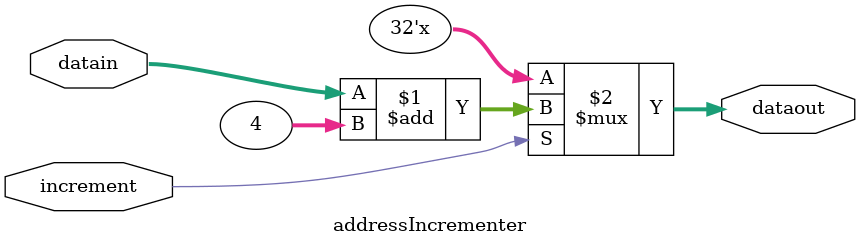
<source format=v>
module addressIncrementer (
  // control
  input increment,
  input [31:0] datain,
  output [31:0] dataout
);
  assign dataout = increment ? datain + 4 : 32'bz;
endmodule
</source>
